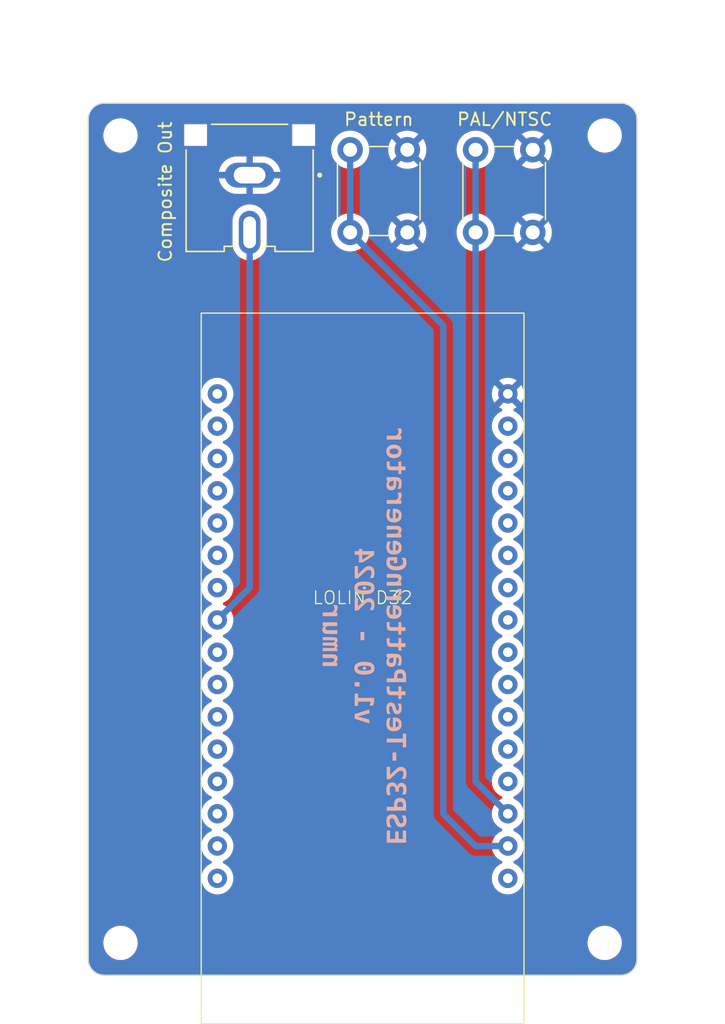
<source format=kicad_pcb>
(kicad_pcb (version 20221018) (generator pcbnew)
  (layers (0 "F.Cu" signal) (31 "B.Cu" signal) (34 "B.Paste" user) (35 "F.Paste" user) (36 "B.SilkS" user "B.Silkscreen") (37 "F.SilkS" user "F.Silkscreen") (38 "B.Mask" user) (39 "F.Mask" user) (44 "Edge.Cuts" user))
  (net 0 "")
  (net 1 "Net-(J1-In)")
  (net 2 "Net-(J1-Ext)")
  (net 18 "unconnected-(LOLIND32-GND-Pad17)")
  (net 31 "Net-(LOLIND32-IO2)")
  (net 32 "Net-(LOLIND32-IO15)")
  (footprint "MountingHole:MountingHole_2.2mm_M2" (layer "F.Cu") (at 88.9 73.66)
    (fp_text reference "REF**" hide)
    (fp_text value "MountingHole_2.2mm_M2")
    (pad "" np_thru_hole circle (at 0 0) (size 2.2 2.2) (drill 2.2) (layers "*.Cu" "*.Mask"))
  )
  (footprint "Button_Switch_THT:SW_PUSH_6mm_H4.3mm" (layer "F.Cu") (at 116.84 81.28 90)
    (fp_text reference "PAL/NTSC" (at 8.89 2.286 180) (layer "F.SilkS"))
    (fp_text value "Format")
    (fp_line (start -0.25 1.5) (end -0.25 3) (stroke (width 0.12)) (layer "F.SilkS"))
    (fp_line (start 1 5.5) (end 5.5 5.5) (stroke (width 0.12)) (layer "F.SilkS"))
    (fp_line (start 5.5 -1) (end 1 -1) (stroke (width 0.12)) (layer "F.SilkS"))
    (fp_line (start 6.75 3) (end 6.75 1.5) (stroke (width 0.12)) (layer "F.SilkS"))
    (pad "1" thru_hole circle (at 0 0 180) (size 2 2) (drill 1.1) (layers "*.Cu" "*.Mask") (net 31 "Net-(LOLIND32-IO2)"))
    (pad "1" thru_hole circle (at 6.5 0 180) (size 2 2) (drill 1.1) (layers "*.Cu" "*.Mask") (net 31 "Net-(LOLIND32-IO2)"))
    (pad "2" thru_hole circle (at 0 4.5 180) (size 2 2) (drill 1.1) (layers "*.Cu" "*.Mask") (net 18 "unconnected-(LOLIND32-GND-Pad17)"))
    (pad "2" thru_hole circle (at 6.5 4.5 180) (size 2 2) (drill 1.1) (layers "*.Cu" "*.Mask") (net 18 "unconnected-(LOLIND32-GND-Pad17)"))
  )
  (footprint "MountingHole:MountingHole_2.2mm_M2" (layer "F.Cu") (at 88.9 137.16)
    (fp_text reference "REF**" hide)
    (fp_text value "MountingHole_2.2mm_M2")
    (pad "" np_thru_hole circle (at 0 0) (size 2.2 2.2) (drill 2.2) (layers "*.Cu" "*.Mask"))
  )
  (footprint "MountingHole:MountingHole_2.2mm_M2" (layer "F.Cu") (at 127 73.66)
    (fp_text reference "REF**" hide)
    (fp_text value "MountingHole_2.2mm_M2")
    (pad "" np_thru_hole circle (at 0 0) (size 2.2 2.2) (drill 2.2) (layers "*.Cu" "*.Mask"))
  )
  (footprint "MountingHole:MountingHole_2.2mm_M2" (layer "F.Cu") (at 127 137.16)
    (fp_text reference "REF**" hide)
    (fp_text value "MountingHole_2.2mm_M2")
    (pad "" np_thru_hole circle (at 0 0) (size 2.2 2.2) (drill 2.2) (layers "*.Cu" "*.Mask"))
  )
  (footprint "Wemos:LOLIN_D32" (layer "F.Cu") (at 96.52 93.965)
    (fp_text reference "LOLIN D32" (at 11.43 16.05 unlocked) (layer "F.SilkS") (effects (font (thickness 0.1))))
    (fp_text value "~")
    (fp_rect (start -1.27 -6.335) (end 24.13 49.545) (stroke (width 0.1)) (fill none) (layer "F.SilkS"))
    (pad "1" thru_hole circle (at 0 0.015) (size 1.524 1.524) (drill 0.762) (layers "*.Cu" "*.Mask"))
    (pad "2" thru_hole circle (at 0 2.555) (size 1.524 1.524) (drill 0.762) (layers "*.Cu" "*.Mask"))
    (pad "3" thru_hole circle (at 0 5.095) (size 1.524 1.524) (drill 0.762) (layers "*.Cu" "*.Mask"))
    (pad "4" thru_hole circle (at 0 7.635) (size 1.524 1.524) (drill 0.762) (layers "*.Cu" "*.Mask"))
    (pad "5" thru_hole circle (at 0 10.175) (size 1.524 1.524) (drill 0.762) (layers "*.Cu" "*.Mask"))
    (pad "6" thru_hole circle (at 0 12.715) (size 1.524 1.524) (drill 0.762) (layers "*.Cu" "*.Mask"))
    (pad "7" thru_hole circle (at 0 15.255) (size 1.524 1.524) (drill 0.762) (layers "*.Cu" "*.Mask"))
    (pad "8" thru_hole circle (at 0 17.795) (size 1.524 1.524) (drill 0.762) (layers "*.Cu" "*.Mask") (net 1 "Net-(J1-In)"))
    (pad "9" thru_hole circle (at 0 20.335) (size 1.524 1.524) (drill 0.762) (layers "*.Cu" "*.Mask"))
    (pad "10" thru_hole circle (at 0 22.875) (size 1.524 1.524) (drill 0.762) (layers "*.Cu" "*.Mask"))
    (pad "11" thru_hole circle (at 0 25.415) (size 1.524 1.524) (drill 0.762) (layers "*.Cu" "*.Mask"))
    (pad "12" thru_hole circle (at 0 27.955) (size 1.524 1.524) (drill 0.762) (layers "*.Cu" "*.Mask"))
    (pad "13" thru_hole circle (at 0 30.495) (size 1.524 1.524) (drill 0.762) (layers "*.Cu" "*.Mask"))
    (pad "14" thru_hole circle (at 0 33.035) (size 1.524 1.524) (drill 0.762) (layers "*.Cu" "*.Mask"))
    (pad "15" thru_hole circle (at 0 35.575) (size 1.524 1.524) (drill 0.762) (layers "*.Cu" "*.Mask"))
    (pad "16" thru_hole circle (at 0 38.115) (size 1.524 1.524) (drill 0.762) (layers "*.Cu" "*.Mask"))
    (pad "17" thru_hole circle (at 22.86 0.015) (size 1.524 1.524) (drill 0.762) (layers "*.Cu" "*.Mask") (net 18 "unconnected-(LOLIND32-GND-Pad17)"))
    (pad "18" thru_hole circle (at 22.86 2.555) (size 1.524 1.524) (drill 0.762) (layers "*.Cu" "*.Mask"))
    (pad "19" thru_hole circle (at 22.86 5.095) (size 1.524 1.524) (drill 0.762) (layers "*.Cu" "*.Mask"))
    (pad "20" thru_hole circle (at 22.86 7.635) (size 1.524 1.524) (drill 0.762) (layers "*.Cu" "*.Mask"))
    (pad "21" thru_hole circle (at 22.86 10.175) (size 1.524 1.524) (drill 0.762) (layers "*.Cu" "*.Mask"))
    (pad "22" thru_hole circle (at 22.86 12.715) (size 1.524 1.524) (drill 0.762) (layers "*.Cu" "*.Mask"))
    (pad "23" thru_hole circle (at 22.86 15.255) (size 1.524 1.524) (drill 0.762) (layers "*.Cu" "*.Mask"))
    (pad "24" thru_hole circle (at 22.86 17.795) (size 1.524 1.524) (drill 0.762) (layers "*.Cu" "*.Mask"))
    (pad "25" thru_hole circle (at 22.86 20.335) (size 1.524 1.524) (drill 0.762) (layers "*.Cu" "*.Mask"))
    (pad "26" thru_hole circle (at 22.86 22.875) (size 1.524 1.524) (drill 0.762) (layers "*.Cu" "*.Mask"))
    (pad "27" thru_hole circle (at 22.86 25.415) (size 1.524 1.524) (drill 0.762) (layers "*.Cu" "*.Mask"))
    (pad "28" thru_hole circle (at 22.86 27.955) (size 1.524 1.524) (drill 0.762) (layers "*.Cu" "*.Mask"))
    (pad "29" thru_hole circle (at 22.86 30.495) (size 1.524 1.524) (drill 0.762) (layers "*.Cu" "*.Mask"))
    (pad "30" thru_hole circle (at 22.86 33.035) (size 1.524 1.524) (drill 0.762) (layers "*.Cu" "*.Mask") (net 31 "Net-(LOLIND32-IO2)"))
    (pad "31" thru_hole circle (at 22.86 35.575) (size 1.524 1.524) (drill 0.762) (layers "*.Cu" "*.Mask") (net 32 "Net-(LOLIND32-IO15)"))
    (pad "32" thru_hole circle (at 22.86 38.115) (size 1.524 1.524) (drill 0.762) (layers "*.Cu" "*.Mask") (net 2 "Net-(J1-Ext)"))
  )
  (footprint "Button_Switch_THT:SW_PUSH_6mm_H4.3mm" (layer "F.Cu") (at 106.97 81.28 90)
    (fp_text reference "Pattern" (at 8.89 2.25 180) (layer "F.SilkS"))
    (fp_text value "Pattern")
    (fp_line (start -0.25 1.5) (end -0.25 3) (stroke (width 0.12)) (layer "F.SilkS"))
    (fp_line (start 1 5.5) (end 5.5 5.5) (stroke (width 0.12)) (layer "F.SilkS"))
    (fp_line (start 5.5 -1) (end 1 -1) (stroke (width 0.12)) (layer "F.SilkS"))
    (fp_line (start 6.75 3) (end 6.75 1.5) (stroke (width 0.12)) (layer "F.SilkS"))
    (pad "1" thru_hole circle (at 0 0 180) (size 2 2) (drill 1.1) (layers "*.Cu" "*.Mask") (net 32 "Net-(LOLIND32-IO15)"))
    (pad "1" thru_hole circle (at 6.5 0 180) (size 2 2) (drill 1.1) (layers "*.Cu" "*.Mask") (net 32 "Net-(LOLIND32-IO15)"))
    (pad "2" thru_hole circle (at 0 4.5 180) (size 2 2) (drill 1.1) (layers "*.Cu" "*.Mask") (net 18 "unconnected-(LOLIND32-GND-Pad17)"))
    (pad "2" thru_hole circle (at 6.5 4.5 180) (size 2 2) (drill 1.1) (layers "*.Cu" "*.Mask") (net 18 "unconnected-(LOLIND32-GND-Pad17)"))
  )
  (footprint "RCJ-044:CUI_RCJ-044" (layer "F.Cu") (at 99.06 76.78 90)
    (fp_text reference "Composite Out" (at -1.325 -6.635 90) (layer "F.SilkS"))
    (fp_text value "Composite Out")
    (fp_line (start -6 -5) (end 1.98 -5) (stroke (width 0.127)) (layer "F.SilkS"))
    (fp_line (start -6 -2) (end -6 -5) (stroke (width 0.127)) (layer "F.SilkS"))
    (fp_line (start -6 2) (end -5.6 2) (stroke (width 0.127)) (layer "F.SilkS"))
    (fp_line (start -6 5) (end -6 2) (stroke (width 0.127)) (layer "F.SilkS"))
    (fp_line (start -6 5) (end 1.98 5) (stroke (width 0.127)) (layer "F.SilkS"))
    (fp_line (start -5.6 -2) (end -6 -2) (stroke (width 0.127)) (layer "F.SilkS"))
    (fp_line (start -5.6 -1.17) (end -5.6 -2) (stroke (width 0.127)) (layer "F.SilkS"))
    (fp_line (start -5.6 2) (end -5.6 1.17) (stroke (width 0.127)) (layer "F.SilkS"))
    (fp_line (start 4 3) (end 4 -3) (stroke (width 0.127)) (layer "F.SilkS"))
    (fp_circle (center 0 5.513) (end 0.1 5.513) (stroke (width 0.2)) (fill none) (layer "F.SilkS"))
    (fp_line (start 2.3 -5.15) (end 2.3 -3.35) (stroke (width 0.01)) (layer "Edge.Cuts"))
    (fp_line (start 2.3 -3.35) (end 4 -3.35) (stroke (width 0.01)) (layer "Edge.Cuts"))
    (fp_line (start 2.3 3.35) (end 2.3 5.15) (stroke (width 0.01)) (layer "Edge.Cuts"))
    (fp_line (start 2.3 5.15) (end 4 5.15) (stroke (width 0.01)) (layer "Edge.Cuts"))
    (fp_line (start 4 -5.15) (end 2.3 -5.15) (stroke (width 0.01)) (layer "Edge.Cuts"))
    (fp_line (start 4 -3.35) (end 4 -5.15) (stroke (width 0.01)) (layer "Edge.Cuts"))
    (fp_line (start 4 3.35) (end 2.3 3.35) (stroke (width 0.01)) (layer "Edge.Cuts"))
    (fp_line (start 4 5.15) (end 4 3.35) (stroke (width 0.01)) (layer "Edge.Cuts"))
    (pad "1" thru_hole oval (at -4.5 0 90) (size 3.4 1.7) (drill oval 2.5 1) (layers "*.Cu" "*.Mask") (net 1 "Net-(J1-In)"))
    (pad "2" thru_hole oval (at 0 0 90) (size 1.95 3.9) (drill oval 1.3 2.5) (layers "*.Cu" "*.Mask") (net 18 "unconnected-(LOLIND32-GND-Pad17)"))
  )
  (gr_arc (start 87.63 139.7) (mid 86.731974 139.328026) (end 86.36 138.43) (stroke (width 0.1)) (layer "Edge.Cuts"))
  (gr_arc (start 128.27 71.12) (mid 129.168026 71.491974) (end 129.54 72.39) (stroke (width 0.1)) (layer "Edge.Cuts"))
  (gr_line (start 129.54 72.39) (end 129.54 138.43) (stroke (width 0.1)) (layer "Edge.Cuts"))
  (gr_arc (start 86.36 72.39) (mid 86.731974 71.491974) (end 87.63 71.12) (stroke (width 0.1)) (layer "Edge.Cuts"))
  (gr_arc (start 129.54 138.43) (mid 129.168026 139.328026) (end 128.27 139.7) (stroke (width 0.1)) (layer "Edge.Cuts"))
  (gr_line (start 128.27 139.7) (end 87.63 139.7) (stroke (width 0.1)) (layer "Edge.Cuts"))
  (gr_line (start 87.63 71.12) (end 128.27 71.12) (stroke (width 0.1)) (layer "Edge.Cuts"))
  (gr_line (start 86.36 138.43) (end 86.36 72.39) (stroke (width 0.1)) (layer "Edge.Cuts"))
  (gr_text "ESP32-TestPatternGenerator\nv1.0 - 2024\nnmur\n" (at 107.95 113.03 270) (layer "B.SilkS") (effects (font (size 1.5 1.5) (thickness 0.3) bold) (justify mirror)))
  (segment (start 99.06 81.28) (end 99.06 109.22) (width 0.5) (layer "B.Cu") (net 1))
  (segment (start 99.06 109.22) (end 96.52 111.76) (width 0.5) (layer "B.Cu") (net 1))
  (segment (start 116.84 81.28) (end 116.84 74.78) (width 0.5) (layer "B.Cu") (net 31))
  (segment (start 116.84 124.46) (end 119.38 127) (width 0.5) (layer "B.Cu") (net 31))
  (segment (start 116.84 81.28) (end 116.84 124.46) (width 0.5) (layer "B.Cu") (net 31))
  (segment (start 106.97 81.28) (end 114.3 88.61) (width 0.5) (layer "B.Cu") (net 32))
  (segment (start 114.3 127) (end 116.84 129.54) (width 0.5) (layer "B.Cu") (net 32))
  (segment (start 106.97 81.28) (end 106.97 74.78) (width 0.5) (layer "B.Cu") (net 32))
  (segment (start 114.3 88.61) (end 114.3 127) (width 0.5) (layer "B.Cu") (net 32))
  (segment (start 116.84 129.54) (end 119.38 129.54) (width 0.5) (layer "B.Cu") (net 32))
  (zone (net 18) (net_name "unconnected-(LOLIND32-GND-Pad17)") (layers "F&B.Cu") (name "GND") (connect_pads (clearance 0.5)) (min_thickness 0.25) (fill yes (thermal_gap 0.5) (thermal_bridge_width 0.5))
    (polygon (pts (xy 83.82 68.58) (xy 83.82 142.24) (xy 132.08 142.24) (xy 132.08 68.58)))
  )
)
</source>
